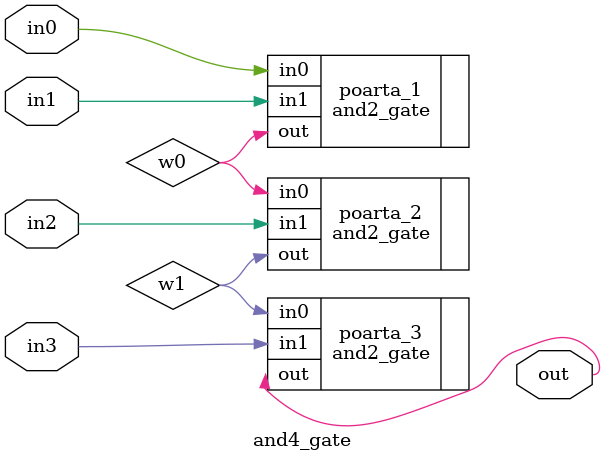
<source format=v>
`timescale 1ns / 1ps

module and4_gate(

    input in0,
    input in1,
    input in2,
    input in3,
    output out
    );
    
    wire w0;
    wire w1;
    
    and2_gate poarta_1(
        .in0(in0),
        .in1(in1),
        .out(w0)
    );
    
    and2_gate poarta_2(
        .in0(w0),
        .in1(in2),
        .out(w1)
    );
    
    and2_gate poarta_3(
        .in0(w1),
        .in1(in3),
        .out(out)
    );
    
endmodule

</source>
